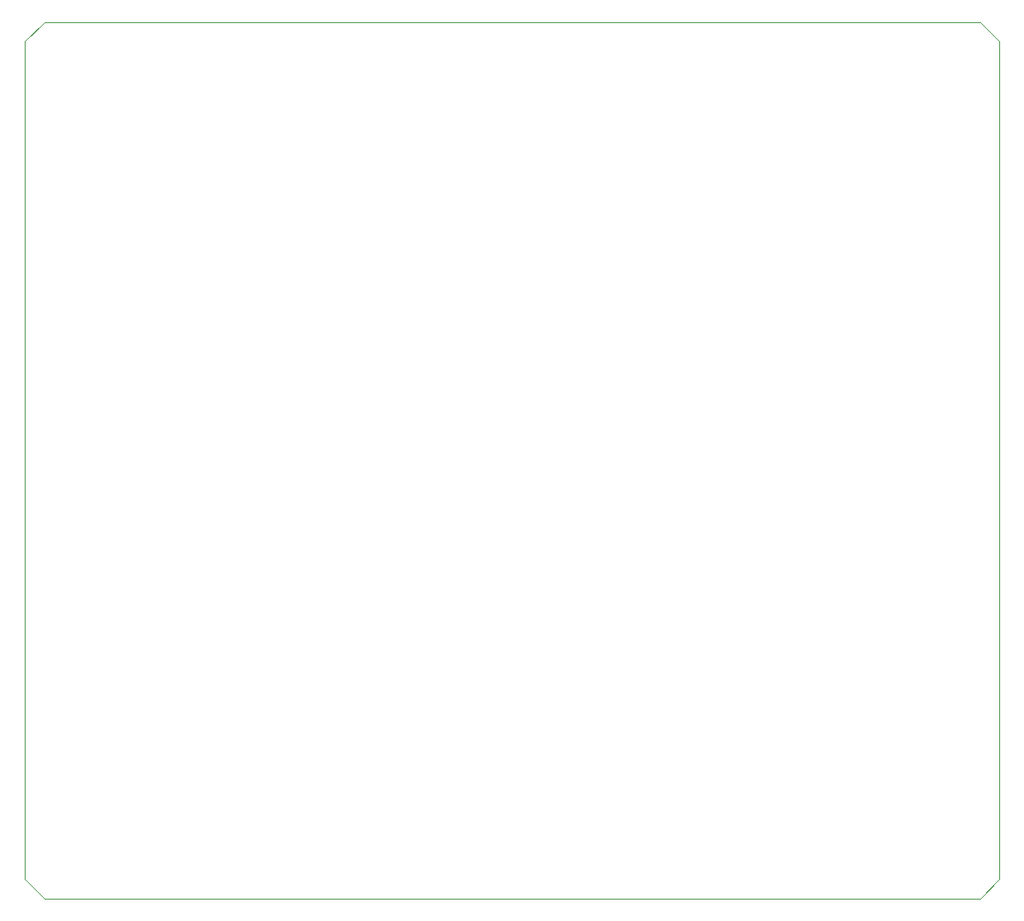
<source format=gbr>
%TF.GenerationSoftware,KiCad,Pcbnew,9.0.0*%
%TF.CreationDate,2025-08-07T11:31:08+08:00*%
%TF.ProjectId,Regen Clamp,52656765-6e20-4436-9c61-6d702e6b6963,1.1*%
%TF.SameCoordinates,PXa7d8c00PY8c30ac0*%
%TF.FileFunction,Profile,NP*%
%FSLAX46Y46*%
G04 Gerber Fmt 4.6, Leading zero omitted, Abs format (unit mm)*
G04 Created by KiCad (PCBNEW 9.0.0) date 2025-08-07 11:31:08*
%MOMM*%
%LPD*%
G01*
G04 APERTURE LIST*
%TA.AperFunction,Profile*%
%ADD10C,0.100000*%
%TD*%
G04 APERTURE END LIST*
D10*
X0Y2000000D02*
X0Y88000000D01*
X0Y2000000D02*
X2000000Y0D01*
X2000000Y90000000D02*
X98000000Y90000000D01*
X98000000Y90000000D02*
X100000000Y88000000D01*
X100000000Y2000000D02*
X98000000Y0D01*
X98000000Y0D02*
X2000000Y0D01*
X100000000Y2000000D02*
X100000000Y88000000D01*
X2000000Y90000000D02*
X0Y88000000D01*
M02*

</source>
